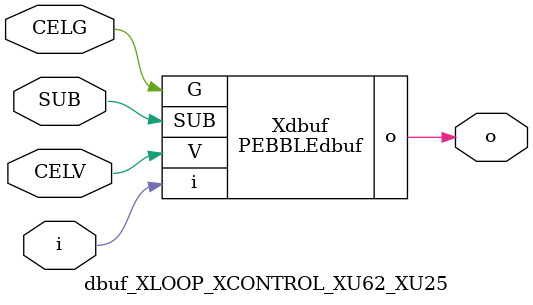
<source format=v>



module PEBBLEdbuf ( o, G, SUB, V, i );

  input V;
  input i;
  input G;
  output o;
  input SUB;
endmodule

//Celera Confidential Do Not Copy dbuf_XLOOP_XCONTROL_XU62_XU25
//Celera Confidential Symbol Generator
//Digital Buffer
module dbuf_XLOOP_XCONTROL_XU62_XU25 (CELV,CELG,i,o,SUB);
input CELV;
input CELG;
input i;
input SUB;
output o;

//Celera Confidential Do Not Copy dbuf
PEBBLEdbuf Xdbuf(
.V (CELV),
.i (i),
.o (o),
.SUB (SUB),
.G (CELG)
);
//,diesize,PEBBLEdbuf

//Celera Confidential Do Not Copy Module End
//Celera Schematic Generator
endmodule

</source>
